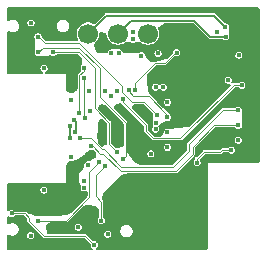
<source format=gbr>
%TF.GenerationSoftware,KiCad,Pcbnew,9.0.6-rc1*%
%TF.CreationDate,2025-11-21T10:50:25+01:00*%
%TF.ProjectId,hardware_V8,68617264-7761-4726-955f-56382e6b6963,rev?*%
%TF.SameCoordinates,Original*%
%TF.FileFunction,Copper,L3,Inr*%
%TF.FilePolarity,Positive*%
%FSLAX46Y46*%
G04 Gerber Fmt 4.6, Leading zero omitted, Abs format (unit mm)*
G04 Created by KiCad (PCBNEW 9.0.6-rc1) date 2025-11-21 10:50:25*
%MOMM*%
%LPD*%
G01*
G04 APERTURE LIST*
%TA.AperFunction,ComponentPad*%
%ADD10C,0.800000*%
%TD*%
%TA.AperFunction,ComponentPad*%
%ADD11O,2.150000X1.000000*%
%TD*%
%TA.AperFunction,ComponentPad*%
%ADD12R,1.700000X1.700000*%
%TD*%
%TA.AperFunction,ComponentPad*%
%ADD13C,1.700000*%
%TD*%
%TA.AperFunction,ViaPad*%
%ADD14C,0.400000*%
%TD*%
%TA.AperFunction,Conductor*%
%ADD15C,0.169300*%
%TD*%
%TA.AperFunction,Conductor*%
%ADD16C,0.120000*%
%TD*%
%TA.AperFunction,Conductor*%
%ADD17C,0.160000*%
%TD*%
%TA.AperFunction,Conductor*%
%ADD18C,0.200000*%
%TD*%
G04 APERTURE END LIST*
D10*
%TO.N,GND*%
%TO.C,J1*%
X117250000Y-101770000D03*
X117250000Y-93570000D03*
D11*
X116950000Y-103320000D03*
X116950000Y-92020000D03*
X112950000Y-103320000D03*
X112950000Y-92020000D03*
%TD*%
D12*
%TO.N,GND*%
%TO.C,J3*%
X126230000Y-89630000D03*
D13*
%TO.N,3.3V_AUX*%
X123690000Y-89630000D03*
%TO.N,/OLED_SCL*%
X121150000Y-89630000D03*
%TO.N,/OLED_SDA*%
X118610000Y-89630000D03*
%TD*%
D14*
%TO.N,GND*%
X132050000Y-100290000D03*
X131240000Y-100300000D03*
X130550000Y-100300000D03*
X129870000Y-100300000D03*
X129180000Y-100300000D03*
X128530000Y-100300000D03*
%TO.N,/SPI_CS*%
X127857500Y-100550000D03*
%TO.N,3.3V_AUX*%
X129580000Y-89450000D03*
%TO.N,/OLED_SCL*%
X130270000Y-89880000D03*
%TO.N,/OLED_SDA*%
X130260000Y-89050000D03*
%TO.N,GND*%
X132830000Y-100290000D03*
X132830000Y-99590000D03*
X132830000Y-98890000D03*
X132830000Y-98190000D03*
X132830000Y-97490000D03*
X132830000Y-96790000D03*
X132830000Y-96090000D03*
X132830000Y-95390000D03*
X132830000Y-94690000D03*
X132830000Y-93990000D03*
X132830000Y-93290000D03*
X132830000Y-92590000D03*
X132830000Y-91890000D03*
X132830000Y-91190000D03*
X132830000Y-90490000D03*
X132830000Y-89790000D03*
X132830000Y-89090000D03*
X132830000Y-88390000D03*
X132830000Y-87690000D03*
X125160000Y-107610000D03*
X127880000Y-104230000D03*
X127940000Y-107610000D03*
X125100000Y-104220000D03*
X128340000Y-102920000D03*
X128330000Y-102310000D03*
X128340000Y-101660000D03*
X128350000Y-101040000D03*
%TO.N,+3.3V*%
X124400000Y-97180000D03*
X113770000Y-106720000D03*
X124550000Y-91300000D03*
X118600000Y-100750000D03*
X122450000Y-90100000D03*
X118750000Y-94500000D03*
X123950000Y-99800000D03*
X120300000Y-106600000D03*
X113800000Y-88720000D03*
%TO.N,vusb*%
X118300000Y-102100000D03*
X118300000Y-102670000D03*
X117200000Y-100100000D03*
X117200000Y-95240000D03*
%TO.N,/B2*%
X119750000Y-105450000D03*
X120060000Y-100830000D03*
%TO.N,/B1*%
X119560000Y-100500000D03*
X114350000Y-105450000D03*
%TO.N,/AUX_EN*%
X122630000Y-94390000D03*
X126127500Y-91240000D03*
%TO.N,3.3V_AUX*%
X125350000Y-97980000D03*
X125350000Y-99250000D03*
%TO.N,Net-(J1-CC1)*%
X114890000Y-102862500D03*
%TO.N,Net-(J1-CC2)*%
X114900000Y-92547500D03*
%TO.N,Net-(U1-PB5)*%
X121050000Y-99650000D03*
X115670000Y-91200000D03*
%TO.N,/B_PW*%
X124450000Y-96500000D03*
X114390000Y-89880000D03*
%TO.N,Net-(U1-PB6)*%
X121550000Y-100200000D03*
X114420000Y-91220000D03*
%TO.N,BAT+*%
X117800000Y-106000000D03*
X131400000Y-91450000D03*
X130500000Y-93550000D03*
%TO.N,Net-(IC4-V_BCKP)*%
X123150000Y-91500000D03*
%TO.N,3.3V_GPS*%
X124350000Y-94150000D03*
X125000000Y-94150000D03*
%TO.N,/NRST*%
X131350000Y-98650000D03*
X124350000Y-97700000D03*
%TO.N,/D+*%
X117450000Y-96920000D03*
X117550000Y-97920000D03*
%TO.N,/D-*%
X117070000Y-97410000D03*
X117070000Y-98430000D03*
%TO.N,Net-(IC4-RXD)*%
X121250000Y-91250000D03*
%TO.N,Net-(IC4-TXD)*%
X120600000Y-91250000D03*
%TO.N,/OLED_SCL*%
X118300000Y-93350000D03*
X118350000Y-96750000D03*
%TO.N,/OLED_SDA*%
X117900000Y-96350000D03*
X118300000Y-92500000D03*
%TO.N,/SPI_CS*%
X120050000Y-94460000D03*
X130770000Y-99490000D03*
%TO.N,/SWCLK*%
X131350000Y-97400000D03*
X118865000Y-99180000D03*
%TO.N,/SWDIO*%
X117970000Y-98500000D03*
X131350000Y-96100000D03*
%TO.N,/SPI_MISO*%
X121550000Y-95190000D03*
X131640000Y-94000000D03*
%TO.N,/SPI_CLK*%
X122060000Y-94390000D03*
X125350000Y-96710000D03*
%TO.N,/SPI_MOSI*%
X121050000Y-94450000D03*
X125350000Y-95440000D03*
%TO.N,GND*%
X128200000Y-97345000D03*
X124150000Y-94750000D03*
X125500000Y-94550000D03*
X112190000Y-89760000D03*
X117200000Y-100950000D03*
X117050000Y-107200000D03*
X129665000Y-87630000D03*
X121910000Y-87630000D03*
X126700000Y-99245000D03*
X119802500Y-95930000D03*
X131050000Y-95440000D03*
X121302500Y-95930000D03*
X126050000Y-94550000D03*
X121180000Y-107450000D03*
X131780000Y-87630000D03*
X119802500Y-97430000D03*
X130370000Y-87630000D03*
X122650000Y-104250000D03*
X117900000Y-107400000D03*
X119850000Y-89790000D03*
X117050000Y-106300000D03*
X124025000Y-87630000D03*
X122802500Y-97430000D03*
X124730000Y-87630000D03*
X115410000Y-91790000D03*
X120400000Y-90650000D03*
X119700000Y-90950000D03*
X124870000Y-100100000D03*
X125435000Y-87630000D03*
X113125000Y-105450000D03*
X119080000Y-104700000D03*
X131400000Y-92410000D03*
X112040000Y-87630000D03*
X122440000Y-89500000D03*
X119795000Y-87630000D03*
X127550000Y-87630000D03*
X119780000Y-107460000D03*
X118230000Y-105430000D03*
X122650000Y-103560000D03*
X115350000Y-106200000D03*
X114860000Y-87630000D03*
X120500000Y-87630000D03*
X124870000Y-103560000D03*
X118930000Y-99810000D03*
X123320000Y-87630000D03*
X126140000Y-87630000D03*
X126700000Y-97345000D03*
X114092500Y-107400000D03*
X122650000Y-107010000D03*
X121970000Y-107430000D03*
X115400000Y-103650000D03*
X128200000Y-99245000D03*
X126700000Y-95445000D03*
X121515000Y-103800000D03*
X114440000Y-91790000D03*
X112500000Y-107400000D03*
X119090000Y-87630000D03*
X112200000Y-91120000D03*
X120975000Y-105450000D03*
X128290000Y-94120000D03*
X114155000Y-87630000D03*
X124950000Y-90190000D03*
X125630000Y-102270000D03*
X124130000Y-103560000D03*
X120460000Y-107450000D03*
X122802500Y-95930000D03*
X112190000Y-90420000D03*
X129700000Y-99245000D03*
X116380000Y-89810000D03*
X128960000Y-87630000D03*
X126845000Y-87630000D03*
X117680000Y-87630000D03*
X129100000Y-90550000D03*
X122615000Y-87630000D03*
X115030000Y-88630000D03*
X131075000Y-87630000D03*
X127550000Y-90550000D03*
X121302500Y-97430000D03*
X125600000Y-102850000D03*
X116975000Y-87630000D03*
X122650000Y-107700000D03*
X114400000Y-103650000D03*
X117350000Y-89800000D03*
X125312500Y-91240000D03*
X121205000Y-87630000D03*
X118385000Y-87630000D03*
X122802500Y-98930000D03*
X128200000Y-95445000D03*
X122650000Y-106320000D03*
X125610000Y-103560000D03*
X119802500Y-98930000D03*
X122650000Y-104940000D03*
X122650000Y-105630000D03*
X131350000Y-94800000D03*
X121302500Y-98930000D03*
X117200000Y-94390000D03*
X128255000Y-87630000D03*
X120970000Y-106340000D03*
X123390000Y-103560000D03*
X121507500Y-104500000D03*
%TO.N,Net-(IC5-~{CHRG})*%
X112150000Y-104850000D03*
X119150000Y-107500000D03*
%TO.N,/GPS_EXTINT*%
X118800000Y-96180000D03*
%TO.N,/ADC_BAT*%
X120540000Y-94890000D03*
%TD*%
D15*
%TO.N,/OLED_SDA*%
X129310000Y-88100000D02*
X120140000Y-88100000D01*
X120140000Y-88100000D02*
X118610000Y-89630000D01*
X130260000Y-89050000D02*
X129310000Y-88100000D01*
D16*
%TO.N,/SPI_CS*%
X127857500Y-100282500D02*
X127857500Y-100550000D01*
X128480000Y-99660000D02*
X127857500Y-100282500D01*
X130010000Y-99490000D02*
X129840000Y-99660000D01*
X129840000Y-99660000D02*
X128480000Y-99660000D01*
X130770000Y-99490000D02*
X130010000Y-99490000D01*
D15*
%TO.N,/OLED_SCL*%
X122260000Y-88520000D02*
X121150000Y-89630000D01*
X127620000Y-88520000D02*
X122260000Y-88520000D01*
X130270000Y-89880000D02*
X128980000Y-89880000D01*
X128980000Y-89880000D02*
X127620000Y-88520000D01*
D16*
%TO.N,/SPI_MISO*%
X123550000Y-97400000D02*
X121550000Y-95400000D01*
X123550000Y-97900000D02*
X123550000Y-97400000D01*
X124150000Y-98500000D02*
X123550000Y-97900000D01*
X121550000Y-95400000D02*
X121550000Y-95190000D01*
X130950000Y-94000000D02*
X126450000Y-98500000D01*
X131640000Y-94000000D02*
X130950000Y-94000000D01*
X126450000Y-98500000D02*
X124150000Y-98500000D01*
%TO.N,/B2*%
X119750000Y-103850000D02*
X119750000Y-105450000D01*
X119300000Y-103400000D02*
X119750000Y-103850000D01*
X120060000Y-100830000D02*
X119300000Y-101590000D01*
X119300000Y-101590000D02*
X119300000Y-103400000D01*
%TO.N,/B1*%
X118750000Y-101310000D02*
X119560000Y-100500000D01*
X118750000Y-103450000D02*
X118750000Y-101310000D01*
X114350000Y-105450000D02*
X116750000Y-105450000D01*
X116750000Y-105450000D02*
X118750000Y-103450000D01*
%TO.N,/AUX_EN*%
X125107500Y-92150000D02*
X126017500Y-91240000D01*
X122630000Y-94390000D02*
X122620000Y-94380000D01*
X122620000Y-94380000D02*
X122620000Y-93810000D01*
X124280000Y-92150000D02*
X125107500Y-92150000D01*
X126017500Y-91240000D02*
X126127500Y-91240000D01*
X122620000Y-93810000D02*
X124280000Y-92150000D01*
%TO.N,Net-(U1-PB5)*%
X119200000Y-92575000D02*
X119200000Y-95950000D01*
X120400000Y-97150000D02*
X120400000Y-99000000D01*
X119200000Y-95950000D02*
X120400000Y-97150000D01*
X115670000Y-91200000D02*
X117825000Y-91200000D01*
X120400000Y-99000000D02*
X121050000Y-99650000D01*
X117825000Y-91200000D02*
X119200000Y-92575000D01*
%TO.N,/B_PW*%
X114410000Y-89900000D02*
X114390000Y-89880000D01*
X114950000Y-90400000D02*
X114410000Y-89860000D01*
X114410000Y-89860000D02*
X114410000Y-89900000D01*
X124450000Y-96500000D02*
X123360000Y-95410000D01*
X121540000Y-94580000D02*
X121540000Y-94090000D01*
X123360000Y-95410000D02*
X122370000Y-95410000D01*
X117850000Y-90400000D02*
X114950000Y-90400000D01*
X122370000Y-95410000D02*
X121540000Y-94580000D01*
X121540000Y-94090000D02*
X117850000Y-90400000D01*
%TO.N,Net-(U1-PB6)*%
X119600000Y-94970000D02*
X121800000Y-97170000D01*
X117850000Y-90800000D02*
X119600000Y-92550000D01*
X114800000Y-90800000D02*
X117850000Y-90800000D01*
X114420000Y-91180000D02*
X114800000Y-90800000D01*
X121800000Y-99950000D02*
X121550000Y-100200000D01*
X114420000Y-91220000D02*
X114420000Y-91180000D01*
X119600000Y-92550000D02*
X119600000Y-94970000D01*
X121800000Y-97170000D02*
X121800000Y-99950000D01*
D17*
%TO.N,/D+*%
X117570000Y-97900000D02*
X117550000Y-97920000D01*
X117450000Y-96920000D02*
X117570000Y-97040000D01*
X117570000Y-97040000D02*
X117570000Y-97900000D01*
%TO.N,/D-*%
X117070000Y-97410000D02*
X117070000Y-98430000D01*
D16*
%TO.N,/OLED_SCL*%
X118300000Y-96700000D02*
X118350000Y-96750000D01*
X118300000Y-93350000D02*
X118300000Y-96700000D01*
%TO.N,/OLED_SDA*%
X118300000Y-92750000D02*
X117900000Y-93150000D01*
X119100000Y-90120000D02*
X118610000Y-89630000D01*
X117900000Y-93150000D02*
X117900000Y-96350000D01*
X118300000Y-92500000D02*
X118300000Y-92750000D01*
%TO.N,/SWCLK*%
X118865000Y-99180000D02*
X119060000Y-99180000D01*
X119655000Y-99775000D02*
X119925000Y-99775000D01*
X119925000Y-99775000D02*
X121400000Y-101250000D01*
X129300000Y-97400000D02*
X131350000Y-97400000D01*
X127500000Y-99850000D02*
X127500000Y-99200000D01*
X126100000Y-101250000D02*
X127500000Y-99850000D01*
X121400000Y-101250000D02*
X126100000Y-101250000D01*
X119060000Y-99180000D02*
X119655000Y-99775000D01*
X127500000Y-99200000D02*
X129300000Y-97400000D01*
%TO.N,/SWDIO*%
X130050000Y-96100000D02*
X131350000Y-96100000D01*
X121450000Y-100900000D02*
X125850000Y-100900000D01*
X119775000Y-99425000D02*
X119975000Y-99425000D01*
X125850000Y-100900000D02*
X127150000Y-99600000D01*
X117970000Y-98500000D02*
X118850000Y-98500000D01*
X127150000Y-99600000D02*
X127150000Y-99000000D01*
X118850000Y-98500000D02*
X119775000Y-99425000D01*
X119975000Y-99425000D02*
X121450000Y-100900000D01*
X127150000Y-99000000D02*
X130050000Y-96100000D01*
%TO.N,/SPI_CLK*%
X122460000Y-94880000D02*
X123750000Y-94880000D01*
X122060000Y-94390000D02*
X122060000Y-94480000D01*
X122060000Y-94480000D02*
X122460000Y-94880000D01*
X123750000Y-94880000D02*
X125350000Y-96480000D01*
X125350000Y-96480000D02*
X125350000Y-96710000D01*
D18*
%TO.N,GND*%
X128200000Y-97350000D02*
X126700000Y-98850000D01*
X128200000Y-97345000D02*
X128200000Y-97350000D01*
X126700000Y-99250000D02*
X125850000Y-100100000D01*
X126700000Y-98850000D02*
X126700000Y-99245000D01*
X126700000Y-99245000D02*
X126700000Y-99250000D01*
X131050000Y-95440000D02*
X130105000Y-95440000D01*
X130105000Y-95440000D02*
X128200000Y-97345000D01*
X125850000Y-100100000D02*
X124870000Y-100100000D01*
D16*
%TO.N,Net-(IC5-~{CHRG})*%
X119150000Y-107500000D02*
X118400000Y-106750000D01*
X114900000Y-106750000D02*
X113650000Y-105500000D01*
X113300000Y-104850000D02*
X112150000Y-104850000D01*
X113650000Y-105500000D02*
X113650000Y-105200000D01*
X113650000Y-105200000D02*
X113300000Y-104850000D01*
X118400000Y-106750000D02*
X114900000Y-106750000D01*
%TD*%
%TA.AperFunction,Conductor*%
%TO.N,GND*%
G36*
X113249196Y-105030185D02*
G01*
X113269838Y-105046819D01*
X113453181Y-105230162D01*
X113486666Y-105291485D01*
X113489500Y-105317843D01*
X113489500Y-105468075D01*
X113489500Y-105531925D01*
X113513935Y-105590916D01*
X114763935Y-106840916D01*
X114809084Y-106886065D01*
X114868075Y-106910500D01*
X118282157Y-106910500D01*
X118349196Y-106930185D01*
X118369838Y-106946819D01*
X118813181Y-107390162D01*
X118846666Y-107451485D01*
X118849500Y-107477843D01*
X118849500Y-107539562D01*
X118863152Y-107590513D01*
X118869979Y-107615990D01*
X118869982Y-107615995D01*
X118909535Y-107684504D01*
X118909541Y-107684512D01*
X118971236Y-107746207D01*
X118969234Y-107748208D01*
X119002343Y-107793547D01*
X119006501Y-107863292D01*
X118972292Y-107924214D01*
X118910576Y-107956970D01*
X118885656Y-107959500D01*
X111894500Y-107959500D01*
X111827461Y-107939815D01*
X111781706Y-107887011D01*
X111770500Y-107835500D01*
X111770500Y-106759164D01*
X111790185Y-106692125D01*
X111842989Y-106646370D01*
X111912147Y-106636426D01*
X111956499Y-106651776D01*
X112022164Y-106689688D01*
X112155817Y-106725500D01*
X112155819Y-106725500D01*
X112294181Y-106725500D01*
X112294183Y-106725500D01*
X112427836Y-106689688D01*
X112443858Y-106680438D01*
X113469500Y-106680438D01*
X113469500Y-106759562D01*
X113483152Y-106810513D01*
X113489979Y-106835990D01*
X113489982Y-106835995D01*
X113529535Y-106904504D01*
X113529539Y-106904509D01*
X113529540Y-106904511D01*
X113585489Y-106960460D01*
X113585491Y-106960461D01*
X113585495Y-106960464D01*
X113654004Y-107000017D01*
X113654011Y-107000021D01*
X113730438Y-107020500D01*
X113730440Y-107020500D01*
X113809560Y-107020500D01*
X113809562Y-107020500D01*
X113885989Y-107000021D01*
X113954511Y-106960460D01*
X114010460Y-106904511D01*
X114050021Y-106835989D01*
X114070500Y-106759562D01*
X114070500Y-106680438D01*
X114050021Y-106604011D01*
X114041643Y-106589500D01*
X114010464Y-106535495D01*
X114010458Y-106535487D01*
X113954512Y-106479541D01*
X113954504Y-106479535D01*
X113885995Y-106439982D01*
X113885990Y-106439979D01*
X113860513Y-106433152D01*
X113809562Y-106419500D01*
X113730438Y-106419500D01*
X113692224Y-106429739D01*
X113654009Y-106439979D01*
X113654004Y-106439982D01*
X113585495Y-106479535D01*
X113585487Y-106479541D01*
X113529541Y-106535487D01*
X113529535Y-106535495D01*
X113489982Y-106604004D01*
X113489979Y-106604009D01*
X113481293Y-106636426D01*
X113469500Y-106680438D01*
X112443858Y-106680438D01*
X112547665Y-106620505D01*
X112645505Y-106522665D01*
X112714688Y-106402836D01*
X112750500Y-106269183D01*
X112750500Y-106130817D01*
X112714688Y-105997164D01*
X112671864Y-105922991D01*
X112645507Y-105877338D01*
X112645503Y-105877333D01*
X112547666Y-105779496D01*
X112547661Y-105779492D01*
X112427838Y-105710313D01*
X112427837Y-105710312D01*
X112427836Y-105710312D01*
X112294183Y-105674500D01*
X112155817Y-105674500D01*
X112022164Y-105710312D01*
X112022163Y-105710312D01*
X111956499Y-105748223D01*
X111888598Y-105764694D01*
X111822572Y-105741842D01*
X111779382Y-105686920D01*
X111770500Y-105640835D01*
X111770500Y-105192286D01*
X111790185Y-105125247D01*
X111842989Y-105079492D01*
X111912147Y-105069548D01*
X111957213Y-105088538D01*
X111958450Y-105086397D01*
X112025742Y-105125247D01*
X112034011Y-105130021D01*
X112110438Y-105150500D01*
X112110440Y-105150500D01*
X112189560Y-105150500D01*
X112189562Y-105150500D01*
X112265989Y-105130021D01*
X112334511Y-105090460D01*
X112378152Y-105046819D01*
X112439475Y-105013334D01*
X112465833Y-105010500D01*
X113182157Y-105010500D01*
X113249196Y-105030185D01*
G37*
%TD.AperFunction*%
%TA.AperFunction,Conductor*%
G36*
X133025615Y-87400291D02*
G01*
X133092636Y-87420038D01*
X133138342Y-87472884D01*
X133149500Y-87524291D01*
X133149500Y-100456000D01*
X133129815Y-100523039D01*
X133077011Y-100568794D01*
X133025500Y-100580000D01*
X128760000Y-100580000D01*
X128760000Y-107835500D01*
X128740315Y-107902539D01*
X128687511Y-107948294D01*
X128636000Y-107959500D01*
X119414344Y-107959500D01*
X119347305Y-107939815D01*
X119301550Y-107887011D01*
X119291606Y-107817853D01*
X119320631Y-107754297D01*
X119328984Y-107746427D01*
X119328764Y-107746207D01*
X119334511Y-107740460D01*
X119390460Y-107684511D01*
X119430021Y-107615989D01*
X119450500Y-107539562D01*
X119450500Y-107460438D01*
X119430021Y-107384011D01*
X119430017Y-107384004D01*
X119390464Y-107315495D01*
X119390458Y-107315487D01*
X119334512Y-107259541D01*
X119334504Y-107259535D01*
X119265995Y-107219982D01*
X119265990Y-107219979D01*
X119240513Y-107213152D01*
X119189562Y-107199500D01*
X119127843Y-107199500D01*
X119060804Y-107179815D01*
X119040162Y-107163181D01*
X118490917Y-106613936D01*
X118490916Y-106613935D01*
X118431925Y-106589500D01*
X115344072Y-106589500D01*
X115327651Y-106584879D01*
X115311840Y-106585238D01*
X115279412Y-106571307D01*
X115261626Y-106560438D01*
X119999500Y-106560438D01*
X119999500Y-106639562D01*
X120010453Y-106680438D01*
X120019979Y-106715990D01*
X120019982Y-106715995D01*
X120059535Y-106784504D01*
X120059539Y-106784509D01*
X120059540Y-106784511D01*
X120115489Y-106840460D01*
X120115491Y-106840461D01*
X120115495Y-106840464D01*
X120176180Y-106875500D01*
X120184011Y-106880021D01*
X120260438Y-106900500D01*
X120260440Y-106900500D01*
X120339560Y-106900500D01*
X120339562Y-106900500D01*
X120415989Y-106880021D01*
X120484511Y-106840460D01*
X120540460Y-106784511D01*
X120580021Y-106715989D01*
X120600500Y-106639562D01*
X120600500Y-106560438D01*
X120580021Y-106484011D01*
X120577437Y-106479535D01*
X120540464Y-106415495D01*
X120540458Y-106415487D01*
X120484512Y-106359541D01*
X120484504Y-106359535D01*
X120415995Y-106319982D01*
X120415990Y-106319979D01*
X120390513Y-106313152D01*
X120339562Y-106299500D01*
X120260438Y-106299500D01*
X120222224Y-106309739D01*
X120184009Y-106319979D01*
X120184004Y-106319982D01*
X120115495Y-106359535D01*
X120115487Y-106359541D01*
X120059541Y-106415487D01*
X120059535Y-106415495D01*
X120019982Y-106484004D01*
X120019979Y-106484009D01*
X120009621Y-106522665D01*
X119999500Y-106560438D01*
X115261626Y-106560438D01*
X115184793Y-106513484D01*
X115137854Y-106461730D01*
X115125728Y-106415925D01*
X115095363Y-105960438D01*
X117499500Y-105960438D01*
X117499500Y-106039562D01*
X117513152Y-106090513D01*
X117519979Y-106115990D01*
X117519982Y-106115995D01*
X117559535Y-106184504D01*
X117559539Y-106184509D01*
X117559540Y-106184511D01*
X117615489Y-106240460D01*
X117615491Y-106240461D01*
X117615495Y-106240464D01*
X117665235Y-106269181D01*
X117684011Y-106280021D01*
X117760438Y-106300500D01*
X117760440Y-106300500D01*
X117839560Y-106300500D01*
X117839562Y-106300500D01*
X117913018Y-106280817D01*
X121349500Y-106280817D01*
X121349500Y-106419183D01*
X121380664Y-106535487D01*
X121385312Y-106552835D01*
X121385313Y-106552838D01*
X121454492Y-106672661D01*
X121454494Y-106672664D01*
X121454495Y-106672665D01*
X121552335Y-106770505D01*
X121672164Y-106839688D01*
X121805817Y-106875500D01*
X121805819Y-106875500D01*
X121944181Y-106875500D01*
X121944183Y-106875500D01*
X122077836Y-106839688D01*
X122197665Y-106770505D01*
X122295505Y-106672665D01*
X122364688Y-106552836D01*
X122400500Y-106419183D01*
X122400500Y-106280817D01*
X122364688Y-106147164D01*
X122295505Y-106027335D01*
X122197665Y-105929495D01*
X122197664Y-105929494D01*
X122197661Y-105929492D01*
X122077838Y-105860313D01*
X122077837Y-105860312D01*
X122077836Y-105860312D01*
X121944183Y-105824500D01*
X121805817Y-105824500D01*
X121672164Y-105860312D01*
X121672161Y-105860313D01*
X121552338Y-105929492D01*
X121552333Y-105929496D01*
X121454496Y-106027333D01*
X121454492Y-106027338D01*
X121385313Y-106147161D01*
X121385312Y-106147164D01*
X121349500Y-106280817D01*
X117913018Y-106280817D01*
X117915989Y-106280021D01*
X117984511Y-106240460D01*
X118040460Y-106184511D01*
X118080021Y-106115989D01*
X118100500Y-106039562D01*
X118100500Y-105960438D01*
X118080021Y-105884011D01*
X118076167Y-105877335D01*
X118040464Y-105815495D01*
X118040458Y-105815487D01*
X117984512Y-105759541D01*
X117984504Y-105759535D01*
X117915995Y-105719982D01*
X117915990Y-105719979D01*
X117890513Y-105713152D01*
X117839562Y-105699500D01*
X117760438Y-105699500D01*
X117730314Y-105707572D01*
X117684009Y-105719979D01*
X117684004Y-105719982D01*
X117615495Y-105759535D01*
X117615487Y-105759541D01*
X117559541Y-105815487D01*
X117559535Y-105815495D01*
X117519982Y-105884004D01*
X117519979Y-105884009D01*
X117509534Y-105922991D01*
X117499500Y-105960438D01*
X115095363Y-105960438D01*
X115092866Y-105922990D01*
X115108048Y-105854791D01*
X115114410Y-105844494D01*
X115134353Y-105815487D01*
X115188095Y-105737315D01*
X115216947Y-105707572D01*
X115227955Y-105699500D01*
X115307952Y-105640835D01*
X115316583Y-105634506D01*
X115382285Y-105610735D01*
X115389912Y-105610500D01*
X116781924Y-105610500D01*
X116781925Y-105610500D01*
X116840916Y-105586065D01*
X118214295Y-104212684D01*
X118227780Y-104204816D01*
X118236470Y-104195080D01*
X118268781Y-104180893D01*
X118370800Y-104152555D01*
X118389473Y-104148885D01*
X118535652Y-104131687D01*
X118564352Y-104131656D01*
X118807200Y-104159676D01*
X118812794Y-104160453D01*
X119151376Y-104215358D01*
X119203595Y-104236854D01*
X119453854Y-104415610D01*
X119465570Y-104425106D01*
X119549290Y-104501849D01*
X119585407Y-104561659D01*
X119589500Y-104593256D01*
X119589500Y-105134167D01*
X119569815Y-105201206D01*
X119553181Y-105221848D01*
X119509541Y-105265487D01*
X119509535Y-105265495D01*
X119469982Y-105334004D01*
X119469979Y-105334009D01*
X119456326Y-105384962D01*
X119449500Y-105410438D01*
X119449500Y-105489562D01*
X119460851Y-105531925D01*
X119469979Y-105565990D01*
X119469982Y-105565995D01*
X119509535Y-105634504D01*
X119509537Y-105634506D01*
X119509540Y-105634511D01*
X119565489Y-105690460D01*
X119565491Y-105690461D01*
X119565495Y-105690464D01*
X119616623Y-105719982D01*
X119634011Y-105730021D01*
X119710438Y-105750500D01*
X119710440Y-105750500D01*
X119789560Y-105750500D01*
X119789562Y-105750500D01*
X119865989Y-105730021D01*
X119934511Y-105690460D01*
X119990460Y-105634511D01*
X120030021Y-105565989D01*
X120050500Y-105489562D01*
X120050500Y-105410438D01*
X120030021Y-105334011D01*
X120030017Y-105334004D01*
X119990464Y-105265495D01*
X119990458Y-105265487D01*
X119946819Y-105221848D01*
X119913334Y-105160525D01*
X119910500Y-105134167D01*
X119910500Y-103818076D01*
X119910500Y-103818075D01*
X119886065Y-103759084D01*
X119865912Y-103738931D01*
X119832427Y-103677608D01*
X119831441Y-103629927D01*
X119903721Y-103215956D01*
X119934643Y-103153303D01*
X121325953Y-101646050D01*
X121384184Y-101610599D01*
X121750000Y-101510000D01*
X122081551Y-101415270D01*
X122115616Y-101410500D01*
X126131924Y-101410500D01*
X126131925Y-101410500D01*
X126190916Y-101386065D01*
X127066542Y-100510438D01*
X127557000Y-100510438D01*
X127557000Y-100589562D01*
X127565417Y-100620975D01*
X127577479Y-100665990D01*
X127577482Y-100665995D01*
X127617035Y-100734504D01*
X127617039Y-100734509D01*
X127617040Y-100734511D01*
X127672989Y-100790460D01*
X127672991Y-100790461D01*
X127672995Y-100790464D01*
X127711986Y-100812975D01*
X127741511Y-100830021D01*
X127817938Y-100850500D01*
X127817940Y-100850500D01*
X127897060Y-100850500D01*
X127897062Y-100850500D01*
X127973489Y-100830021D01*
X128042011Y-100790460D01*
X128097960Y-100734511D01*
X128137521Y-100665989D01*
X128158000Y-100589562D01*
X128158000Y-100510438D01*
X128137521Y-100434011D01*
X128110223Y-100386730D01*
X128093751Y-100318831D01*
X128116604Y-100252804D01*
X128129924Y-100237056D01*
X128510162Y-99856819D01*
X128571485Y-99823334D01*
X128597843Y-99820500D01*
X129871924Y-99820500D01*
X129871925Y-99820500D01*
X129930916Y-99796065D01*
X130040162Y-99686819D01*
X130101485Y-99653334D01*
X130127843Y-99650500D01*
X130454167Y-99650500D01*
X130521206Y-99670185D01*
X130541848Y-99686819D01*
X130585489Y-99730460D01*
X130585491Y-99730461D01*
X130585495Y-99730464D01*
X130637414Y-99760439D01*
X130654011Y-99770021D01*
X130730438Y-99790500D01*
X130730440Y-99790500D01*
X130809560Y-99790500D01*
X130809562Y-99790500D01*
X130885989Y-99770021D01*
X130954511Y-99730460D01*
X131010460Y-99674511D01*
X131050021Y-99605989D01*
X131070500Y-99529562D01*
X131070500Y-99450438D01*
X131050021Y-99374011D01*
X131024323Y-99329500D01*
X131010464Y-99305495D01*
X131010458Y-99305487D01*
X130954512Y-99249541D01*
X130954504Y-99249535D01*
X130885995Y-99209982D01*
X130885990Y-99209979D01*
X130860347Y-99203108D01*
X130809562Y-99189500D01*
X130730438Y-99189500D01*
X130692224Y-99199739D01*
X130654009Y-99209979D01*
X130654004Y-99209982D01*
X130585495Y-99249535D01*
X130585487Y-99249541D01*
X130541848Y-99293181D01*
X130480525Y-99326666D01*
X130454167Y-99329500D01*
X129978074Y-99329500D01*
X129919082Y-99353936D01*
X129809838Y-99463181D01*
X129748515Y-99496666D01*
X129722157Y-99499500D01*
X128448074Y-99499500D01*
X128406359Y-99516779D01*
X128398628Y-99519982D01*
X128389082Y-99523936D01*
X127839252Y-100073766D01*
X127777929Y-100107251D01*
X127718152Y-100102976D01*
X127720281Y-100112552D01*
X127729612Y-100137568D01*
X127728147Y-100147923D01*
X127729652Y-100154690D01*
X127723425Y-100181313D01*
X127722308Y-100189212D01*
X127721436Y-100191582D01*
X127721435Y-100191584D01*
X127697000Y-100250575D01*
X127697000Y-100258032D01*
X127690421Y-100275923D01*
X127675154Y-100296514D01*
X127663272Y-100319229D01*
X127661723Y-100320805D01*
X127617041Y-100365487D01*
X127617035Y-100365495D01*
X127577482Y-100434004D01*
X127577479Y-100434009D01*
X127572678Y-100451928D01*
X127557000Y-100510438D01*
X127066542Y-100510438D01*
X127518249Y-100058731D01*
X127525939Y-100054532D01*
X127531161Y-100047490D01*
X127556138Y-100038042D01*
X127579570Y-100025248D01*
X127588312Y-100025873D01*
X127596512Y-100022772D01*
X127622628Y-100028327D01*
X127640828Y-100029628D01*
X127627887Y-99994931D01*
X127637010Y-99938633D01*
X127660500Y-99881925D01*
X127660500Y-99818075D01*
X127660500Y-99317843D01*
X127680185Y-99250804D01*
X127696819Y-99230162D01*
X128316543Y-98610438D01*
X131049500Y-98610438D01*
X131049500Y-98689562D01*
X131063152Y-98740513D01*
X131069979Y-98765990D01*
X131069982Y-98765995D01*
X131109535Y-98834504D01*
X131109539Y-98834509D01*
X131109540Y-98834511D01*
X131165489Y-98890460D01*
X131165491Y-98890461D01*
X131165495Y-98890464D01*
X131200615Y-98910740D01*
X131234011Y-98930021D01*
X131310438Y-98950500D01*
X131310440Y-98950500D01*
X131389560Y-98950500D01*
X131389562Y-98950500D01*
X131465989Y-98930021D01*
X131534511Y-98890460D01*
X131590460Y-98834511D01*
X131630021Y-98765989D01*
X131650500Y-98689562D01*
X131650500Y-98610438D01*
X131630021Y-98534011D01*
X131618831Y-98514629D01*
X131590464Y-98465495D01*
X131590458Y-98465487D01*
X131534512Y-98409541D01*
X131534504Y-98409535D01*
X131465995Y-98369982D01*
X131465990Y-98369979D01*
X131440513Y-98363152D01*
X131389562Y-98349500D01*
X131310438Y-98349500D01*
X131272224Y-98359739D01*
X131234009Y-98369979D01*
X131234004Y-98369982D01*
X131165495Y-98409535D01*
X131165487Y-98409541D01*
X131109541Y-98465487D01*
X131109535Y-98465495D01*
X131069982Y-98534004D01*
X131069979Y-98534009D01*
X131056326Y-98584962D01*
X131049500Y-98610438D01*
X128316543Y-98610438D01*
X128412352Y-98514629D01*
X128517441Y-98409541D01*
X129330163Y-97596819D01*
X129391486Y-97563334D01*
X129417844Y-97560500D01*
X131034167Y-97560500D01*
X131101206Y-97580185D01*
X131121848Y-97596819D01*
X131165489Y-97640460D01*
X131165491Y-97640461D01*
X131165495Y-97640464D01*
X131233109Y-97679500D01*
X131234011Y-97680021D01*
X131310438Y-97700500D01*
X131310440Y-97700500D01*
X131389560Y-97700500D01*
X131389562Y-97700500D01*
X131465989Y-97680021D01*
X131534511Y-97640460D01*
X131590460Y-97584511D01*
X131630021Y-97515989D01*
X131650500Y-97439562D01*
X131650500Y-97360438D01*
X131634669Y-97301359D01*
X131630449Y-97268197D01*
X131639783Y-96194811D01*
X131644004Y-96163803D01*
X131650500Y-96139562D01*
X131650500Y-96060438D01*
X131630021Y-95984011D01*
X131630017Y-95984004D01*
X131590464Y-95915495D01*
X131590458Y-95915487D01*
X131534512Y-95859541D01*
X131534504Y-95859535D01*
X131465995Y-95819982D01*
X131465990Y-95819979D01*
X131439141Y-95812785D01*
X131389562Y-95799500D01*
X131310438Y-95799500D01*
X131272224Y-95809739D01*
X131234009Y-95819979D01*
X131234004Y-95819982D01*
X131165495Y-95859535D01*
X131165487Y-95859541D01*
X131121848Y-95903181D01*
X131060525Y-95936666D01*
X131034167Y-95939500D01*
X130018074Y-95939500D01*
X129959082Y-95963936D01*
X127013936Y-98909082D01*
X126989500Y-98968074D01*
X126989500Y-99482157D01*
X126969815Y-99549196D01*
X126953181Y-99569838D01*
X125819838Y-100703181D01*
X125758515Y-100736666D01*
X125732157Y-100739500D01*
X123159788Y-100739500D01*
X123127705Y-100735278D01*
X122869026Y-100665989D01*
X122700972Y-100620974D01*
X122641309Y-100584615D01*
X122634338Y-100576234D01*
X122092754Y-99863624D01*
X122087526Y-99856195D01*
X122025285Y-99760438D01*
X123649500Y-99760438D01*
X123649500Y-99839562D01*
X123660851Y-99881923D01*
X123669979Y-99915990D01*
X123669982Y-99915995D01*
X123709535Y-99984504D01*
X123709539Y-99984509D01*
X123709540Y-99984511D01*
X123765489Y-100040460D01*
X123765491Y-100040461D01*
X123765495Y-100040464D01*
X123823177Y-100073766D01*
X123834011Y-100080021D01*
X123910438Y-100100500D01*
X123910440Y-100100500D01*
X123989560Y-100100500D01*
X123989562Y-100100500D01*
X124065989Y-100080021D01*
X124134511Y-100040460D01*
X124190460Y-99984511D01*
X124230021Y-99915989D01*
X124250500Y-99839562D01*
X124250500Y-99760438D01*
X124230021Y-99684011D01*
X124222039Y-99670185D01*
X124190464Y-99615495D01*
X124190458Y-99615487D01*
X124134512Y-99559541D01*
X124134504Y-99559535D01*
X124065995Y-99519982D01*
X124065990Y-99519979D01*
X124040513Y-99513152D01*
X123989562Y-99499500D01*
X123910438Y-99499500D01*
X123872224Y-99509739D01*
X123834009Y-99519979D01*
X123834004Y-99519982D01*
X123765495Y-99559535D01*
X123765487Y-99559541D01*
X123709541Y-99615487D01*
X123709535Y-99615495D01*
X123669982Y-99684004D01*
X123669979Y-99684009D01*
X123658563Y-99726615D01*
X123649500Y-99760438D01*
X122025285Y-99760438D01*
X122003300Y-99726615D01*
X121980533Y-99691588D01*
X121960502Y-99624651D01*
X121960500Y-99624010D01*
X121960500Y-99210438D01*
X125049500Y-99210438D01*
X125049500Y-99289562D01*
X125057078Y-99317843D01*
X125069979Y-99365990D01*
X125069982Y-99365995D01*
X125109535Y-99434504D01*
X125109539Y-99434509D01*
X125109540Y-99434511D01*
X125165489Y-99490460D01*
X125165491Y-99490461D01*
X125165495Y-99490464D01*
X125233216Y-99529562D01*
X125234011Y-99530021D01*
X125310438Y-99550500D01*
X125310440Y-99550500D01*
X125389560Y-99550500D01*
X125389562Y-99550500D01*
X125465989Y-99530021D01*
X125534511Y-99490460D01*
X125590460Y-99434511D01*
X125630021Y-99365989D01*
X125650500Y-99289562D01*
X125650500Y-99210438D01*
X125630021Y-99134011D01*
X125620206Y-99117011D01*
X125590464Y-99065495D01*
X125590458Y-99065487D01*
X125534512Y-99009541D01*
X125534504Y-99009535D01*
X125465995Y-98969982D01*
X125465990Y-98969979D01*
X125440513Y-98963152D01*
X125389562Y-98949500D01*
X125310438Y-98949500D01*
X125272224Y-98959739D01*
X125234009Y-98969979D01*
X125234004Y-98969982D01*
X125165495Y-99009535D01*
X125165487Y-99009541D01*
X125109541Y-99065487D01*
X125109535Y-99065495D01*
X125069982Y-99134004D01*
X125069979Y-99134009D01*
X125058539Y-99176706D01*
X125049500Y-99210438D01*
X121960500Y-99210438D01*
X121960500Y-97138076D01*
X121960500Y-97138075D01*
X121936065Y-97079084D01*
X121890916Y-97033935D01*
X120893077Y-96036096D01*
X120885876Y-96022909D01*
X120874774Y-96012784D01*
X120869470Y-95992864D01*
X120859592Y-95974773D01*
X120860371Y-95958686D01*
X120856798Y-95945266D01*
X120862706Y-95910470D01*
X120865049Y-95903181D01*
X120927615Y-95708528D01*
X120966869Y-95650731D01*
X120972707Y-95646212D01*
X121031235Y-95603646D01*
X121072428Y-95584062D01*
X121347144Y-95511344D01*
X121416986Y-95513218D01*
X121466553Y-95543534D01*
X123353181Y-97430162D01*
X123386666Y-97491485D01*
X123389500Y-97517843D01*
X123389500Y-97868075D01*
X123389500Y-97931925D01*
X123413935Y-97990916D01*
X124013935Y-98590916D01*
X124059084Y-98636065D01*
X124118075Y-98660500D01*
X124118076Y-98660500D01*
X126481924Y-98660500D01*
X126481925Y-98660500D01*
X126540916Y-98636065D01*
X130980162Y-94196819D01*
X131041485Y-94163334D01*
X131067843Y-94160500D01*
X131324167Y-94160500D01*
X131391206Y-94180185D01*
X131411848Y-94196819D01*
X131455489Y-94240460D01*
X131455491Y-94240461D01*
X131455495Y-94240464D01*
X131499708Y-94265990D01*
X131524011Y-94280021D01*
X131600438Y-94300500D01*
X131600440Y-94300500D01*
X131679560Y-94300500D01*
X131679562Y-94300500D01*
X131755989Y-94280021D01*
X131824511Y-94240460D01*
X131880460Y-94184511D01*
X131920021Y-94115989D01*
X131940500Y-94039562D01*
X131940500Y-93960438D01*
X131920021Y-93884011D01*
X131920017Y-93884004D01*
X131880464Y-93815495D01*
X131880458Y-93815487D01*
X131824512Y-93759541D01*
X131824504Y-93759535D01*
X131755995Y-93719982D01*
X131755990Y-93719979D01*
X131730513Y-93713152D01*
X131679562Y-93699500D01*
X131600438Y-93699500D01*
X131562224Y-93709739D01*
X131524009Y-93719979D01*
X131524004Y-93719982D01*
X131455495Y-93759535D01*
X131455487Y-93759541D01*
X131411848Y-93803181D01*
X131350525Y-93836666D01*
X131324167Y-93839500D01*
X130918069Y-93839500D01*
X130916822Y-93839748D01*
X130914053Y-93839500D01*
X130905862Y-93839500D01*
X130905862Y-93838766D01*
X130847231Y-93833515D01*
X130792057Y-93790648D01*
X130768817Y-93724757D01*
X130778080Y-93670674D01*
X130780020Y-93665990D01*
X130780021Y-93665989D01*
X130800500Y-93589562D01*
X130800500Y-93510438D01*
X130780021Y-93434011D01*
X130760384Y-93399998D01*
X130740464Y-93365495D01*
X130740458Y-93365487D01*
X130684512Y-93309541D01*
X130684504Y-93309535D01*
X130615995Y-93269982D01*
X130615990Y-93269979D01*
X130590513Y-93263152D01*
X130539562Y-93249500D01*
X130460438Y-93249500D01*
X130422224Y-93259739D01*
X130384009Y-93269979D01*
X130384004Y-93269982D01*
X130315495Y-93309535D01*
X130315487Y-93309541D01*
X130259541Y-93365487D01*
X130259535Y-93365495D01*
X130219982Y-93434004D01*
X130219979Y-93434009D01*
X130211410Y-93465989D01*
X130199500Y-93510438D01*
X130199500Y-93589562D01*
X130199741Y-93590460D01*
X130219979Y-93665990D01*
X130219982Y-93665995D01*
X130259535Y-93734504D01*
X130259539Y-93734509D01*
X130259540Y-93734511D01*
X130315489Y-93790460D01*
X130315491Y-93790461D01*
X130315495Y-93790464D01*
X130358851Y-93815495D01*
X130384011Y-93830021D01*
X130460438Y-93850500D01*
X130460440Y-93850500D01*
X130539561Y-93850500D01*
X130539562Y-93850500D01*
X130547380Y-93848405D01*
X130617229Y-93850064D01*
X130675094Y-93889224D01*
X130702600Y-93953452D01*
X130691017Y-94022354D01*
X130667159Y-94055859D01*
X127206002Y-97517016D01*
X127144679Y-97550501D01*
X127129943Y-97552789D01*
X125514295Y-97704888D01*
X125470579Y-97701209D01*
X125465989Y-97699979D01*
X125389562Y-97679500D01*
X125310438Y-97679500D01*
X125272224Y-97689739D01*
X125234009Y-97699979D01*
X125234004Y-97699982D01*
X125165495Y-97739535D01*
X125165487Y-97739541D01*
X125109541Y-97795487D01*
X125109535Y-97795495D01*
X125069982Y-97864004D01*
X125069979Y-97864009D01*
X125049498Y-97940444D01*
X125049238Y-97942424D01*
X125048168Y-97945412D01*
X125047397Y-97948288D01*
X125047161Y-97948224D01*
X125031583Y-97991740D01*
X124851594Y-98281009D01*
X124799464Y-98327530D01*
X124746311Y-98339500D01*
X124267843Y-98339500D01*
X124200804Y-98319815D01*
X124180162Y-98303181D01*
X123746819Y-97869838D01*
X123713334Y-97808515D01*
X123710500Y-97782157D01*
X123710500Y-97368076D01*
X123710500Y-97368075D01*
X123686065Y-97309084D01*
X123640916Y-97263935D01*
X122393447Y-96016466D01*
X122392415Y-96014576D01*
X122390561Y-96013482D01*
X122375746Y-95984049D01*
X122359962Y-95955143D01*
X122359811Y-95952392D01*
X122359147Y-95951072D01*
X122357809Y-95915810D01*
X122367894Y-95820006D01*
X122378325Y-95781682D01*
X122404412Y-95724292D01*
X122450074Y-95671408D01*
X122451992Y-95670194D01*
X122583045Y-95589066D01*
X122648313Y-95570500D01*
X123242157Y-95570500D01*
X123309196Y-95590185D01*
X123329838Y-95606819D01*
X124111916Y-96388897D01*
X124145401Y-96450220D01*
X124148194Y-96479784D01*
X124134514Y-97008744D01*
X124121269Y-97055748D01*
X124123089Y-97056502D01*
X124119980Y-97064006D01*
X124115940Y-97079084D01*
X124100134Y-97138074D01*
X124099500Y-97140439D01*
X124099500Y-97219562D01*
X124121811Y-97302828D01*
X124121831Y-97302999D01*
X124121876Y-97303073D01*
X124125995Y-97338126D01*
X124122780Y-97462465D01*
X124106208Y-97521260D01*
X124069980Y-97584008D01*
X124069979Y-97584009D01*
X124066547Y-97596819D01*
X124049500Y-97660438D01*
X124049500Y-97739562D01*
X124060914Y-97782157D01*
X124069979Y-97815990D01*
X124069982Y-97815995D01*
X124105882Y-97878177D01*
X124105884Y-97878179D01*
X124109540Y-97884511D01*
X124165489Y-97940460D01*
X124171820Y-97944115D01*
X124171822Y-97944117D01*
X124204436Y-97962946D01*
X124234011Y-97980021D01*
X124310438Y-98000500D01*
X124310440Y-98000500D01*
X124389560Y-98000500D01*
X124389562Y-98000500D01*
X124465989Y-97980021D01*
X124534511Y-97940460D01*
X124590460Y-97884511D01*
X124630021Y-97815989D01*
X124650500Y-97739562D01*
X124650500Y-97660438D01*
X124630021Y-97584011D01*
X124601073Y-97533871D01*
X124595949Y-97512748D01*
X124586320Y-97493263D01*
X124587875Y-97479464D01*
X124584602Y-97465971D01*
X124591710Y-97445431D01*
X124594145Y-97423833D01*
X124604541Y-97408359D01*
X124607454Y-97399944D01*
X124612309Y-97393572D01*
X124616300Y-97388670D01*
X124640460Y-97364511D01*
X124651386Y-97345584D01*
X124657652Y-97337891D01*
X124675166Y-97325863D01*
X124693394Y-97307901D01*
X125209841Y-97019813D01*
X125277975Y-97004346D01*
X125302337Y-97008329D01*
X125310438Y-97010500D01*
X125310440Y-97010500D01*
X125389560Y-97010500D01*
X125389562Y-97010500D01*
X125465989Y-96990021D01*
X125534511Y-96950460D01*
X125590460Y-96894511D01*
X125630021Y-96825989D01*
X125650500Y-96749562D01*
X125650500Y-96670438D01*
X125630021Y-96594011D01*
X125630017Y-96594004D01*
X125590464Y-96525495D01*
X125590458Y-96525487D01*
X125528764Y-96463793D01*
X125529381Y-96463175D01*
X125513781Y-96447140D01*
X125505217Y-96435321D01*
X125486065Y-96389084D01*
X125440916Y-96343935D01*
X125007451Y-95910470D01*
X124576973Y-95479991D01*
X124497420Y-95400438D01*
X125049500Y-95400438D01*
X125049500Y-95479562D01*
X125056585Y-95506003D01*
X125069979Y-95555990D01*
X125069982Y-95555995D01*
X125109535Y-95624504D01*
X125109539Y-95624509D01*
X125109540Y-95624511D01*
X125165489Y-95680460D01*
X125165491Y-95680461D01*
X125165495Y-95680464D01*
X125234004Y-95720017D01*
X125234011Y-95720021D01*
X125310438Y-95740500D01*
X125310440Y-95740500D01*
X125389560Y-95740500D01*
X125389562Y-95740500D01*
X125465989Y-95720021D01*
X125534511Y-95680460D01*
X125590460Y-95624511D01*
X125630021Y-95555989D01*
X125650500Y-95479562D01*
X125650500Y-95400438D01*
X125630021Y-95324011D01*
X125630017Y-95324004D01*
X125590464Y-95255495D01*
X125590458Y-95255487D01*
X125534512Y-95199541D01*
X125534504Y-95199535D01*
X125465995Y-95159982D01*
X125465990Y-95159979D01*
X125440513Y-95153152D01*
X125389562Y-95139500D01*
X125310438Y-95139500D01*
X125272224Y-95149739D01*
X125234009Y-95159979D01*
X125234004Y-95159982D01*
X125165495Y-95199535D01*
X125165487Y-95199541D01*
X125109541Y-95255487D01*
X125109535Y-95255495D01*
X125069982Y-95324004D01*
X125069979Y-95324009D01*
X125056326Y-95374962D01*
X125049500Y-95400438D01*
X124497420Y-95400438D01*
X123840917Y-94743935D01*
X123832302Y-94738179D01*
X123817827Y-94720860D01*
X123800102Y-94706888D01*
X123790435Y-94688085D01*
X123787496Y-94684568D01*
X123783965Y-94675499D01*
X123724428Y-94502842D01*
X123718457Y-94476502D01*
X123715627Y-94451741D01*
X123680000Y-94140000D01*
X123679447Y-94136928D01*
X123677170Y-94124275D01*
X123674679Y-94110438D01*
X124049500Y-94110438D01*
X124049500Y-94189562D01*
X124058051Y-94221473D01*
X124069979Y-94265990D01*
X124069982Y-94265995D01*
X124109535Y-94334504D01*
X124109539Y-94334509D01*
X124109540Y-94334511D01*
X124165489Y-94390460D01*
X124165491Y-94390461D01*
X124165495Y-94390464D01*
X124234004Y-94430017D01*
X124234011Y-94430021D01*
X124310438Y-94450500D01*
X124310440Y-94450500D01*
X124389560Y-94450500D01*
X124389562Y-94450500D01*
X124465989Y-94430021D01*
X124534511Y-94390460D01*
X124587319Y-94337652D01*
X124648642Y-94304167D01*
X124718334Y-94309151D01*
X124762681Y-94337652D01*
X124815489Y-94390460D01*
X124815491Y-94390461D01*
X124815495Y-94390464D01*
X124884004Y-94430017D01*
X124884011Y-94430021D01*
X124960438Y-94450500D01*
X124960440Y-94450500D01*
X125039560Y-94450500D01*
X125039562Y-94450500D01*
X125115989Y-94430021D01*
X125184511Y-94390460D01*
X125240460Y-94334511D01*
X125280021Y-94265989D01*
X125300500Y-94189562D01*
X125300500Y-94110438D01*
X125280021Y-94034011D01*
X125275383Y-94025978D01*
X125240464Y-93965495D01*
X125240458Y-93965487D01*
X125184512Y-93909541D01*
X125184504Y-93909535D01*
X125115995Y-93869982D01*
X125115990Y-93869979D01*
X125090513Y-93863152D01*
X125039562Y-93849500D01*
X124960438Y-93849500D01*
X124922224Y-93859739D01*
X124884009Y-93869979D01*
X124884004Y-93869982D01*
X124815495Y-93909535D01*
X124815487Y-93909541D01*
X124762681Y-93962348D01*
X124701358Y-93995833D01*
X124631666Y-93990849D01*
X124587319Y-93962348D01*
X124534512Y-93909541D01*
X124534504Y-93909535D01*
X124465995Y-93869982D01*
X124465990Y-93869979D01*
X124440513Y-93863152D01*
X124389562Y-93849500D01*
X124310438Y-93849500D01*
X124272224Y-93859739D01*
X124234009Y-93869979D01*
X124234004Y-93869982D01*
X124165495Y-93909535D01*
X124165487Y-93909541D01*
X124109541Y-93965487D01*
X124109535Y-93965495D01*
X124069982Y-94034004D01*
X124069979Y-94034009D01*
X124063030Y-94059944D01*
X124049500Y-94110438D01*
X123674679Y-94110438D01*
X123627890Y-93850499D01*
X123592884Y-93656026D01*
X123591352Y-93623772D01*
X123610000Y-93400000D01*
X123610000Y-93098343D01*
X123629685Y-93031304D01*
X123646319Y-93010662D01*
X124310162Y-92346819D01*
X124371485Y-92313334D01*
X124397843Y-92310500D01*
X125139424Y-92310500D01*
X125139425Y-92310500D01*
X125198416Y-92286065D01*
X125923781Y-91560698D01*
X125985102Y-91527215D01*
X126043553Y-91528606D01*
X126087938Y-91540500D01*
X126087939Y-91540500D01*
X126167060Y-91540500D01*
X126167062Y-91540500D01*
X126243489Y-91520021D01*
X126312011Y-91480460D01*
X126367960Y-91424511D01*
X126376085Y-91410438D01*
X131099500Y-91410438D01*
X131099500Y-91489562D01*
X131107662Y-91520021D01*
X131119979Y-91565990D01*
X131119982Y-91565995D01*
X131159535Y-91634504D01*
X131159539Y-91634509D01*
X131159540Y-91634511D01*
X131215489Y-91690460D01*
X131215491Y-91690461D01*
X131215495Y-91690464D01*
X131256916Y-91714378D01*
X131284011Y-91730021D01*
X131360438Y-91750500D01*
X131360440Y-91750500D01*
X131439560Y-91750500D01*
X131439562Y-91750500D01*
X131515989Y-91730021D01*
X131584511Y-91690460D01*
X131640460Y-91634511D01*
X131680021Y-91565989D01*
X131700500Y-91489562D01*
X131700500Y-91410438D01*
X131680021Y-91334011D01*
X131660126Y-91299552D01*
X131640464Y-91265495D01*
X131640458Y-91265487D01*
X131584512Y-91209541D01*
X131584504Y-91209535D01*
X131515995Y-91169982D01*
X131515990Y-91169979D01*
X131490513Y-91163152D01*
X131439562Y-91149500D01*
X131360438Y-91149500D01*
X131328556Y-91158043D01*
X131284009Y-91169979D01*
X131284004Y-91169982D01*
X131215495Y-91209535D01*
X131215487Y-91209541D01*
X131159541Y-91265487D01*
X131159535Y-91265495D01*
X131119982Y-91334004D01*
X131119979Y-91334009D01*
X131114090Y-91355989D01*
X131099500Y-91410438D01*
X126376085Y-91410438D01*
X126407521Y-91355989D01*
X126428000Y-91279562D01*
X126428000Y-91200438D01*
X126407521Y-91124011D01*
X126373737Y-91065495D01*
X126367964Y-91055495D01*
X126367958Y-91055487D01*
X126312012Y-90999541D01*
X126312004Y-90999535D01*
X126243495Y-90959982D01*
X126243490Y-90959979D01*
X126210065Y-90951023D01*
X126167062Y-90939500D01*
X126087938Y-90939500D01*
X126050618Y-90949500D01*
X126011509Y-90959979D01*
X126011504Y-90959982D01*
X125942995Y-90999535D01*
X125942987Y-90999541D01*
X125887041Y-91055487D01*
X125887035Y-91055495D01*
X125847482Y-91124004D01*
X125847477Y-91124015D01*
X125834471Y-91172554D01*
X125802378Y-91228140D01*
X125298017Y-91732500D01*
X125238686Y-91765535D01*
X124299015Y-91986216D01*
X124299014Y-91986216D01*
X124285030Y-91989500D01*
X124248075Y-91989500D01*
X124199692Y-92009540D01*
X124189887Y-92011843D01*
X124189885Y-92011842D01*
X124092166Y-92034793D01*
X124047426Y-92036990D01*
X123968197Y-92026426D01*
X123904348Y-91998054D01*
X123891907Y-91985895D01*
X123780006Y-91860006D01*
X123592798Y-91672798D01*
X123571395Y-91644081D01*
X123536768Y-91580021D01*
X123380000Y-91290000D01*
X123364237Y-91289266D01*
X123335409Y-91260438D01*
X124249500Y-91260438D01*
X124249500Y-91339562D01*
X124255870Y-91363334D01*
X124269979Y-91415990D01*
X124269982Y-91415995D01*
X124309535Y-91484504D01*
X124309539Y-91484509D01*
X124309540Y-91484511D01*
X124365489Y-91540460D01*
X124365491Y-91540461D01*
X124365495Y-91540464D01*
X124409708Y-91565990D01*
X124434011Y-91580021D01*
X124510438Y-91600500D01*
X124510440Y-91600500D01*
X124589560Y-91600500D01*
X124589562Y-91600500D01*
X124665989Y-91580021D01*
X124734511Y-91540460D01*
X124790460Y-91484511D01*
X124830021Y-91415989D01*
X124850500Y-91339562D01*
X124850500Y-91260438D01*
X124830021Y-91184011D01*
X124821932Y-91170000D01*
X124790464Y-91115495D01*
X124790458Y-91115487D01*
X124734512Y-91059541D01*
X124734504Y-91059535D01*
X124665995Y-91019982D01*
X124665990Y-91019979D01*
X124640513Y-91013152D01*
X124589562Y-90999500D01*
X124510438Y-90999500D01*
X124472988Y-91009535D01*
X124434009Y-91019979D01*
X124434004Y-91019982D01*
X124365495Y-91059535D01*
X124365487Y-91059541D01*
X124309541Y-91115487D01*
X124309535Y-91115495D01*
X124269982Y-91184004D01*
X124269979Y-91184009D01*
X124260951Y-91217703D01*
X124249500Y-91260438D01*
X123335409Y-91260438D01*
X123334511Y-91259540D01*
X123334243Y-91259385D01*
X123334242Y-91259384D01*
X123265995Y-91219982D01*
X123265990Y-91219979D01*
X123230382Y-91210438D01*
X123189562Y-91199500D01*
X123110438Y-91199500D01*
X123069618Y-91210438D01*
X123034010Y-91219979D01*
X122975649Y-91253674D01*
X122914642Y-91270282D01*
X121745984Y-91279632D01*
X121720783Y-91272450D01*
X121694809Y-91269027D01*
X121683150Y-91261726D01*
X121678789Y-91260484D01*
X121664895Y-91250296D01*
X121664065Y-91249594D01*
X121548949Y-91152188D01*
X121521660Y-91119529D01*
X121490460Y-91065489D01*
X121434511Y-91009540D01*
X121434510Y-91009539D01*
X121434507Y-91009537D01*
X121365992Y-90969980D01*
X121365987Y-90969978D01*
X121346606Y-90964784D01*
X121346557Y-90964772D01*
X121318606Y-90957282D01*
X121310000Y-90950000D01*
X121292009Y-90950155D01*
X121289562Y-90949500D01*
X121210438Y-90949500D01*
X121210434Y-90949500D01*
X121206877Y-90949968D01*
X121191774Y-90951023D01*
X120679224Y-90955460D01*
X120646065Y-90951242D01*
X120639564Y-90949500D01*
X120639562Y-90949500D01*
X120560438Y-90949500D01*
X120531396Y-90957282D01*
X120484009Y-90969979D01*
X120484004Y-90969982D01*
X120415495Y-91009535D01*
X120415487Y-91009541D01*
X120359541Y-91065487D01*
X120359535Y-91065495D01*
X120319982Y-91134004D01*
X120319978Y-91134013D01*
X120313539Y-91158043D01*
X120277173Y-91217703D01*
X120214325Y-91248231D01*
X120203115Y-91249594D01*
X119530712Y-91300440D01*
X119526548Y-91299552D01*
X119522475Y-91300788D01*
X119492670Y-91292326D01*
X119462379Y-91285866D01*
X119458194Y-91282538D01*
X119455261Y-91281706D01*
X119428382Y-91258834D01*
X119420229Y-91249594D01*
X119367097Y-91189377D01*
X119342066Y-91145405D01*
X119335164Y-91124009D01*
X119162854Y-90589850D01*
X119161008Y-90520006D01*
X119163931Y-90510526D01*
X119203798Y-90397570D01*
X119233043Y-90351166D01*
X119348302Y-90235908D01*
X119452322Y-90080231D01*
X119523973Y-89907251D01*
X119560500Y-89723616D01*
X119560500Y-89647473D01*
X119560516Y-89647417D01*
X119560500Y-89647361D01*
X119570491Y-89613446D01*
X119580185Y-89580434D01*
X119580227Y-89580396D01*
X119580245Y-89580339D01*
X119607455Y-89556803D01*
X119632989Y-89534679D01*
X119633059Y-89534658D01*
X119633090Y-89534632D01*
X119666963Y-89524719D01*
X119753052Y-89512420D01*
X119786972Y-89512263D01*
X119967880Y-89536384D01*
X120041515Y-89546202D01*
X120093908Y-89565939D01*
X120114250Y-89579500D01*
X120144281Y-89599521D01*
X120189143Y-89653085D01*
X120199500Y-89702695D01*
X120199500Y-89723620D01*
X120236025Y-89907243D01*
X120236027Y-89907251D01*
X120307676Y-90080228D01*
X120307681Y-90080237D01*
X120411697Y-90235907D01*
X120411700Y-90235911D01*
X120544088Y-90368299D01*
X120544092Y-90368302D01*
X120699762Y-90472318D01*
X120699768Y-90472321D01*
X120699769Y-90472322D01*
X120872749Y-90543973D01*
X121056379Y-90580499D01*
X121056383Y-90580500D01*
X121056384Y-90580500D01*
X121243617Y-90580500D01*
X121243618Y-90580499D01*
X121427251Y-90543973D01*
X121600231Y-90472322D01*
X121755908Y-90368302D01*
X121755911Y-90368299D01*
X121767892Y-90356319D01*
X121829215Y-90322834D01*
X121855573Y-90320000D01*
X122196825Y-90320000D01*
X122258824Y-90336612D01*
X122265488Y-90340459D01*
X122265489Y-90340460D01*
X122334011Y-90380021D01*
X122410438Y-90400500D01*
X122410440Y-90400500D01*
X122489560Y-90400500D01*
X122489562Y-90400500D01*
X122565989Y-90380021D01*
X122634511Y-90340460D01*
X122634511Y-90340459D01*
X122641176Y-90336612D01*
X122703175Y-90320000D01*
X122984427Y-90320000D01*
X123051466Y-90339685D01*
X123072108Y-90356319D01*
X123084088Y-90368299D01*
X123084092Y-90368302D01*
X123239762Y-90472318D01*
X123239768Y-90472321D01*
X123239769Y-90472322D01*
X123412749Y-90543973D01*
X123596379Y-90580499D01*
X123596383Y-90580500D01*
X123596384Y-90580500D01*
X123783617Y-90580500D01*
X123783618Y-90580499D01*
X123967251Y-90543973D01*
X124140231Y-90472322D01*
X124295908Y-90368302D01*
X124428302Y-90235908D01*
X124532322Y-90080231D01*
X124603973Y-89907251D01*
X124640500Y-89723616D01*
X124640500Y-89536384D01*
X124603973Y-89352749D01*
X124546308Y-89213536D01*
X124538840Y-89144068D01*
X124570115Y-89081588D01*
X124597071Y-89059756D01*
X125158631Y-88722820D01*
X125222428Y-88705150D01*
X127491946Y-88705150D01*
X127558985Y-88724835D01*
X127579627Y-88741469D01*
X128875121Y-90036963D01*
X128907008Y-90050170D01*
X128907009Y-90050171D01*
X128907010Y-90050171D01*
X128907012Y-90050172D01*
X128943171Y-90065150D01*
X129978817Y-90065150D01*
X130045856Y-90084835D01*
X130066498Y-90101469D01*
X130085489Y-90120460D01*
X130085491Y-90120461D01*
X130085495Y-90120464D01*
X130154004Y-90160017D01*
X130154011Y-90160021D01*
X130230438Y-90180500D01*
X130230440Y-90180500D01*
X130309560Y-90180500D01*
X130309562Y-90180500D01*
X130385989Y-90160021D01*
X130454511Y-90120460D01*
X130510460Y-90064511D01*
X130550021Y-89995989D01*
X130570500Y-89919562D01*
X130570500Y-89840438D01*
X130570499Y-89840436D01*
X130569790Y-89835051D01*
X130568769Y-89822033D01*
X130565524Y-89695495D01*
X130551366Y-89143303D01*
X130555551Y-89108028D01*
X130560500Y-89089562D01*
X130560500Y-89010438D01*
X130540021Y-88934011D01*
X130522990Y-88904512D01*
X130500464Y-88865495D01*
X130500458Y-88865487D01*
X130444512Y-88809541D01*
X130444504Y-88809535D01*
X130375995Y-88769982D01*
X130375990Y-88769979D01*
X130337113Y-88759562D01*
X130299562Y-88749500D01*
X130299560Y-88749500D01*
X130272704Y-88749500D01*
X130205665Y-88729815D01*
X130185023Y-88713181D01*
X129414880Y-87943037D01*
X129414877Y-87943035D01*
X129366766Y-87923106D01*
X129366766Y-87923107D01*
X129346829Y-87914850D01*
X120103171Y-87914850D01*
X120083239Y-87923105D01*
X120083234Y-87923106D01*
X120035122Y-87943035D01*
X120035118Y-87943038D01*
X119210139Y-88768017D01*
X119148816Y-88801502D01*
X119079124Y-88796518D01*
X119064011Y-88789697D01*
X119060239Y-88787681D01*
X118887251Y-88716027D01*
X118887243Y-88716025D01*
X118703620Y-88679500D01*
X118703616Y-88679500D01*
X118516384Y-88679500D01*
X118516379Y-88679500D01*
X118332756Y-88716025D01*
X118332748Y-88716027D01*
X118159771Y-88787676D01*
X118159762Y-88787681D01*
X118004092Y-88891697D01*
X118004088Y-88891700D01*
X117871700Y-89024088D01*
X117871697Y-89024092D01*
X117767681Y-89179762D01*
X117767676Y-89179771D01*
X117696027Y-89352748D01*
X117696025Y-89352756D01*
X117659500Y-89536379D01*
X117659500Y-89723620D01*
X117696025Y-89907243D01*
X117696027Y-89907251D01*
X117762631Y-90068047D01*
X117770100Y-90137517D01*
X117738825Y-90199996D01*
X117678736Y-90235648D01*
X117648070Y-90239500D01*
X115067843Y-90239500D01*
X115000804Y-90219815D01*
X114980162Y-90203181D01*
X114726819Y-89949838D01*
X114693334Y-89888515D01*
X114690500Y-89862157D01*
X114690500Y-89840439D01*
X114690500Y-89840438D01*
X114670021Y-89764011D01*
X114670017Y-89764004D01*
X114630464Y-89695495D01*
X114630458Y-89695487D01*
X114574512Y-89639541D01*
X114574504Y-89639535D01*
X114505995Y-89599982D01*
X114505990Y-89599979D01*
X114480513Y-89593152D01*
X114429562Y-89579500D01*
X114350438Y-89579500D01*
X114312224Y-89589739D01*
X114274009Y-89599979D01*
X114274004Y-89599982D01*
X114205495Y-89639535D01*
X114205487Y-89639541D01*
X114149541Y-89695487D01*
X114149535Y-89695495D01*
X114109982Y-89764004D01*
X114109979Y-89764009D01*
X114096326Y-89814962D01*
X114090944Y-89835051D01*
X114089500Y-89840439D01*
X114089500Y-89919562D01*
X114107762Y-89987718D01*
X114111947Y-90016659D01*
X114139170Y-91087400D01*
X114134985Y-91122644D01*
X114119500Y-91180436D01*
X114119500Y-91180438D01*
X114119500Y-91259562D01*
X114130547Y-91300788D01*
X114139979Y-91335990D01*
X114139982Y-91335995D01*
X114179535Y-91404504D01*
X114179539Y-91404509D01*
X114179540Y-91404511D01*
X114235489Y-91460460D01*
X114235491Y-91460461D01*
X114235495Y-91460464D01*
X114277148Y-91484512D01*
X114304011Y-91500021D01*
X114380438Y-91520500D01*
X114380440Y-91520500D01*
X114459560Y-91520500D01*
X114459562Y-91520500D01*
X114520301Y-91504224D01*
X114552392Y-91500000D01*
X115159997Y-91500000D01*
X115160000Y-91500000D01*
X115396183Y-91432519D01*
X115466048Y-91433029D01*
X115492245Y-91444360D01*
X115554011Y-91480021D01*
X115630438Y-91500500D01*
X115630440Y-91500500D01*
X115709560Y-91500500D01*
X115709562Y-91500500D01*
X115785989Y-91480021D01*
X115854511Y-91440460D01*
X115898152Y-91396819D01*
X115959475Y-91363334D01*
X115985833Y-91360500D01*
X117707157Y-91360500D01*
X117774196Y-91380185D01*
X117794838Y-91396819D01*
X118112397Y-91714378D01*
X118145882Y-91775701D01*
X118148697Y-91804234D01*
X118142038Y-92183784D01*
X118121180Y-92250468D01*
X118105739Y-92269289D01*
X118059541Y-92315487D01*
X118059535Y-92315495D01*
X118019982Y-92384004D01*
X118019979Y-92384009D01*
X118007253Y-92431504D01*
X117999500Y-92460438D01*
X117999500Y-92539562D01*
X118008487Y-92573100D01*
X118019979Y-92615990D01*
X118019980Y-92615991D01*
X118040869Y-92652172D01*
X118057342Y-92720073D01*
X118034489Y-92786099D01*
X118021164Y-92801853D01*
X117809084Y-93013935D01*
X117809083Y-93013934D01*
X117763936Y-93059082D01*
X117739500Y-93118074D01*
X117739500Y-94308637D01*
X117738666Y-94313410D01*
X117739277Y-94316068D01*
X117732170Y-94350639D01*
X117716080Y-94395332D01*
X117674850Y-94451741D01*
X117658198Y-94462508D01*
X117570013Y-94509992D01*
X117569999Y-94510000D01*
X117470956Y-94586187D01*
X117452128Y-94593491D01*
X117435654Y-94605169D01*
X117408889Y-94610267D01*
X117405817Y-94611459D01*
X117400983Y-94611773D01*
X117226079Y-94619723D01*
X117213931Y-94619680D01*
X117057776Y-94611461D01*
X117005506Y-94596811D01*
X116999340Y-94593491D01*
X116902515Y-94541354D01*
X116897530Y-94538518D01*
X116860701Y-94516420D01*
X116813344Y-94465049D01*
X116800500Y-94410092D01*
X116800500Y-93120010D01*
X116800499Y-93120007D01*
X116799698Y-93118074D01*
X116785200Y-93083071D01*
X116756929Y-93054800D01*
X116756928Y-93054799D01*
X116719992Y-93039500D01*
X116719991Y-93039500D01*
X115111605Y-93039500D01*
X115044566Y-93019815D01*
X114998811Y-92967011D01*
X114988867Y-92897853D01*
X115017892Y-92834297D01*
X115049604Y-92808113D01*
X115084511Y-92787960D01*
X115140460Y-92732011D01*
X115180021Y-92663489D01*
X115200500Y-92587062D01*
X115200500Y-92507938D01*
X115180021Y-92431511D01*
X115152593Y-92384004D01*
X115140464Y-92362995D01*
X115140458Y-92362987D01*
X115084512Y-92307041D01*
X115084504Y-92307035D01*
X115015995Y-92267482D01*
X115015990Y-92267479D01*
X114986361Y-92259540D01*
X114939562Y-92247000D01*
X114860438Y-92247000D01*
X114822224Y-92257239D01*
X114784009Y-92267479D01*
X114784004Y-92267482D01*
X114715495Y-92307035D01*
X114715487Y-92307041D01*
X114659541Y-92362987D01*
X114659535Y-92362995D01*
X114619982Y-92431504D01*
X114619979Y-92431509D01*
X114606326Y-92482462D01*
X114599500Y-92507938D01*
X114599500Y-92587062D01*
X114607252Y-92615991D01*
X114619979Y-92663490D01*
X114619982Y-92663495D01*
X114659535Y-92732004D01*
X114659539Y-92732009D01*
X114659540Y-92732011D01*
X114715489Y-92787960D01*
X114750394Y-92808112D01*
X114798610Y-92858679D01*
X114811834Y-92927286D01*
X114785866Y-92992151D01*
X114728952Y-93032680D01*
X114688395Y-93039500D01*
X111894500Y-93039500D01*
X111827461Y-93019815D01*
X111781706Y-92967011D01*
X111770500Y-92915500D01*
X111770500Y-89516070D01*
X111790185Y-89449031D01*
X111842989Y-89403276D01*
X111912147Y-89393332D01*
X111956499Y-89408682D01*
X112062164Y-89469688D01*
X112195817Y-89505500D01*
X112195819Y-89505500D01*
X112334181Y-89505500D01*
X112334183Y-89505500D01*
X112467836Y-89469688D01*
X112587665Y-89400505D01*
X112685505Y-89302665D01*
X112754688Y-89182836D01*
X112790500Y-89049183D01*
X112790500Y-88910817D01*
X112754688Y-88777164D01*
X112727351Y-88729815D01*
X112698844Y-88680438D01*
X113499500Y-88680438D01*
X113499500Y-88759562D01*
X113509403Y-88796518D01*
X113519979Y-88835990D01*
X113519982Y-88835995D01*
X113559535Y-88904504D01*
X113559539Y-88904509D01*
X113559540Y-88904511D01*
X113615489Y-88960460D01*
X113615491Y-88960461D01*
X113615495Y-88960464D01*
X113684004Y-89000017D01*
X113684011Y-89000021D01*
X113760438Y-89020500D01*
X113760440Y-89020500D01*
X113839560Y-89020500D01*
X113839562Y-89020500D01*
X113915989Y-89000021D01*
X113984511Y-88960460D01*
X114034154Y-88910817D01*
X115989500Y-88910817D01*
X115989500Y-89049183D01*
X116024489Y-89179762D01*
X116025312Y-89182835D01*
X116025313Y-89182838D01*
X116094492Y-89302661D01*
X116094494Y-89302664D01*
X116094495Y-89302665D01*
X116192335Y-89400505D01*
X116192336Y-89400506D01*
X116192338Y-89400507D01*
X116209541Y-89410439D01*
X116312164Y-89469688D01*
X116445817Y-89505500D01*
X116445819Y-89505500D01*
X116584181Y-89505500D01*
X116584183Y-89505500D01*
X116717836Y-89469688D01*
X116837665Y-89400505D01*
X116935505Y-89302665D01*
X117004688Y-89182836D01*
X117040500Y-89049183D01*
X117040500Y-88910817D01*
X117004688Y-88777164D01*
X116948844Y-88680439D01*
X116935507Y-88657338D01*
X116935503Y-88657333D01*
X116837666Y-88559496D01*
X116837661Y-88559492D01*
X116717838Y-88490313D01*
X116717837Y-88490312D01*
X116717836Y-88490312D01*
X116584183Y-88454500D01*
X116445817Y-88454500D01*
X116312164Y-88490312D01*
X116312161Y-88490313D01*
X116192338Y-88559492D01*
X116192333Y-88559496D01*
X116094496Y-88657333D01*
X116094492Y-88657338D01*
X116025313Y-88777161D01*
X116025312Y-88777164D01*
X115989500Y-88910817D01*
X114034154Y-88910817D01*
X114040460Y-88904511D01*
X114080021Y-88835989D01*
X114100500Y-88759562D01*
X114100500Y-88680438D01*
X114080021Y-88604011D01*
X114080017Y-88604004D01*
X114040464Y-88535495D01*
X114040458Y-88535487D01*
X113984512Y-88479541D01*
X113984504Y-88479535D01*
X113915995Y-88439982D01*
X113915990Y-88439979D01*
X113890513Y-88433152D01*
X113839562Y-88419500D01*
X113760438Y-88419500D01*
X113722224Y-88429739D01*
X113684009Y-88439979D01*
X113684004Y-88439982D01*
X113615495Y-88479535D01*
X113615487Y-88479541D01*
X113559541Y-88535487D01*
X113559535Y-88535495D01*
X113519982Y-88604004D01*
X113519979Y-88604009D01*
X113506326Y-88654962D01*
X113499500Y-88680438D01*
X112698844Y-88680438D01*
X112685507Y-88657338D01*
X112685503Y-88657333D01*
X112587666Y-88559496D01*
X112587661Y-88559492D01*
X112467838Y-88490313D01*
X112467837Y-88490312D01*
X112467836Y-88490312D01*
X112334183Y-88454500D01*
X112195817Y-88454500D01*
X112062164Y-88490312D01*
X112062163Y-88490312D01*
X111956499Y-88551317D01*
X111888599Y-88567789D01*
X111822572Y-88544936D01*
X111779382Y-88490014D01*
X111770500Y-88443929D01*
X111770500Y-87504707D01*
X111790185Y-87437668D01*
X111842989Y-87391913D01*
X111894614Y-87380707D01*
X133025615Y-87400291D01*
G37*
%TD.AperFunction*%
%TA.AperFunction,Conductor*%
G36*
X119116230Y-99465639D02*
G01*
X119131986Y-99478967D01*
X119276912Y-99623893D01*
X119280397Y-99628942D01*
X119283390Y-99630889D01*
X119302308Y-99660685D01*
X119308530Y-99674512D01*
X119309077Y-99675726D01*
X119320000Y-99726615D01*
X119320000Y-99816356D01*
X119319786Y-99823638D01*
X119304929Y-100076193D01*
X119281341Y-100141961D01*
X119225942Y-100184536D01*
X119220356Y-100186548D01*
X118969999Y-100270000D01*
X118969993Y-100270003D01*
X118752579Y-100405886D01*
X118703615Y-100423597D01*
X118509998Y-100450000D01*
X118506333Y-100451928D01*
X118483738Y-100470136D01*
X118415489Y-100509539D01*
X118359539Y-100565489D01*
X118319977Y-100634014D01*
X118312805Y-100660776D01*
X118312806Y-100660777D01*
X118310475Y-100669476D01*
X118310000Y-100670000D01*
X118310000Y-100671250D01*
X118305776Y-100687016D01*
X118305775Y-100687017D01*
X118305775Y-100687018D01*
X118299500Y-100710436D01*
X118299500Y-100789562D01*
X118305774Y-100812975D01*
X118310000Y-100845071D01*
X118310000Y-100873241D01*
X118290315Y-100940280D01*
X118289967Y-100940820D01*
X118183104Y-101105223D01*
X118176463Y-101114480D01*
X118042184Y-101284567D01*
X118013641Y-101310905D01*
X117910000Y-101379999D01*
X117860000Y-101539997D01*
X117860000Y-102139998D01*
X117860001Y-102140005D01*
X117939998Y-102359998D01*
X117939999Y-102359999D01*
X117940000Y-102360000D01*
X117974478Y-102378806D01*
X118023905Y-102428189D01*
X118038788Y-102496455D01*
X118022492Y-102549657D01*
X118019981Y-102554006D01*
X118019979Y-102554009D01*
X118017838Y-102562000D01*
X117999500Y-102630438D01*
X117999500Y-102709562D01*
X118009399Y-102746504D01*
X118019979Y-102785990D01*
X118019982Y-102785995D01*
X118059535Y-102854504D01*
X118059539Y-102854509D01*
X118059540Y-102854511D01*
X118115489Y-102910460D01*
X118115491Y-102910461D01*
X118115495Y-102910464D01*
X118169597Y-102941699D01*
X118184011Y-102950021D01*
X118260438Y-102970500D01*
X118260440Y-102970500D01*
X118339560Y-102970500D01*
X118339562Y-102970500D01*
X118415989Y-102950021D01*
X118415992Y-102950018D01*
X118418045Y-102949169D01*
X118419918Y-102948967D01*
X118423839Y-102947917D01*
X118424002Y-102948528D01*
X118487514Y-102941699D01*
X118549994Y-102972972D01*
X118585648Y-103033061D01*
X118589500Y-103063729D01*
X118589500Y-103332157D01*
X118569815Y-103399196D01*
X118553181Y-103419838D01*
X117200267Y-104772752D01*
X117168040Y-104795980D01*
X116816548Y-104971725D01*
X116781759Y-104983082D01*
X116100578Y-105098212D01*
X116079267Y-105099944D01*
X114194547Y-105090127D01*
X114147353Y-105080529D01*
X113801041Y-104935708D01*
X113627883Y-104863296D01*
X113612646Y-104855654D01*
X113430567Y-104748062D01*
X113405969Y-104728988D01*
X113390917Y-104713936D01*
X113390916Y-104713935D01*
X113331925Y-104689500D01*
X112465833Y-104689500D01*
X112398794Y-104669815D01*
X112378152Y-104653181D01*
X112334512Y-104609541D01*
X112334504Y-104609535D01*
X112265995Y-104569982D01*
X112265990Y-104569979D01*
X112234939Y-104561659D01*
X112189562Y-104549500D01*
X112110438Y-104549500D01*
X112072224Y-104559739D01*
X112034009Y-104569979D01*
X112034004Y-104569982D01*
X111958450Y-104613603D01*
X111957008Y-104611106D01*
X111904815Y-104631283D01*
X111836370Y-104617244D01*
X111786382Y-104568429D01*
X111770500Y-104507713D01*
X111770500Y-102822938D01*
X114589500Y-102822938D01*
X114589500Y-102902062D01*
X114600121Y-102941699D01*
X114609979Y-102978490D01*
X114609982Y-102978495D01*
X114649535Y-103047004D01*
X114649539Y-103047009D01*
X114649540Y-103047011D01*
X114705489Y-103102960D01*
X114705491Y-103102961D01*
X114705495Y-103102964D01*
X114774004Y-103142517D01*
X114774011Y-103142521D01*
X114850438Y-103163000D01*
X114850440Y-103163000D01*
X114929560Y-103163000D01*
X114929562Y-103163000D01*
X115005989Y-103142521D01*
X115074511Y-103102960D01*
X115130460Y-103047011D01*
X115170021Y-102978489D01*
X115190500Y-102902062D01*
X115190500Y-102822938D01*
X115170021Y-102746511D01*
X115148689Y-102709562D01*
X115130464Y-102677995D01*
X115130458Y-102677987D01*
X115074512Y-102622041D01*
X115074504Y-102622035D01*
X115005995Y-102582482D01*
X115005990Y-102582479D01*
X114980513Y-102575652D01*
X114929562Y-102562000D01*
X114850438Y-102562000D01*
X114812224Y-102572239D01*
X114774009Y-102582479D01*
X114774004Y-102582482D01*
X114705495Y-102622035D01*
X114705487Y-102622041D01*
X114649541Y-102677987D01*
X114649535Y-102677995D01*
X114609982Y-102746504D01*
X114609979Y-102746509D01*
X114599401Y-102785989D01*
X114589500Y-102822938D01*
X111770500Y-102822938D01*
X111770500Y-102424500D01*
X111790185Y-102357461D01*
X111842989Y-102311706D01*
X111894500Y-102300500D01*
X116719989Y-102300500D01*
X116719991Y-102300500D01*
X116756929Y-102285200D01*
X116785200Y-102256929D01*
X116800500Y-102219991D01*
X116800500Y-100728272D01*
X116803471Y-100715682D01*
X116802460Y-100706312D01*
X116813590Y-100672819D01*
X116853177Y-100593645D01*
X116869928Y-100568416D01*
X116955425Y-100468669D01*
X117013999Y-100430581D01*
X117016384Y-100429893D01*
X117110159Y-100403844D01*
X117152310Y-100400887D01*
X117152310Y-100400500D01*
X117157835Y-100400500D01*
X117159532Y-100400381D01*
X117160436Y-100400500D01*
X117160438Y-100400500D01*
X117239560Y-100400500D01*
X117239562Y-100400500D01*
X117295204Y-100385589D01*
X117320767Y-100381538D01*
X117350000Y-100380000D01*
X117488124Y-100330669D01*
X117491882Y-100329395D01*
X117770000Y-100240000D01*
X118060000Y-100100000D01*
X118320000Y-99920000D01*
X118332335Y-99854093D01*
X118339823Y-99838896D01*
X118342294Y-99823533D01*
X118361859Y-99794171D01*
X118486093Y-99655519D01*
X118518221Y-99629877D01*
X118528992Y-99623893D01*
X118759009Y-99496104D01*
X118819229Y-99480500D01*
X118904560Y-99480500D01*
X118904562Y-99480500D01*
X118980989Y-99460021D01*
X118982304Y-99459261D01*
X118983552Y-99458958D01*
X118988499Y-99456910D01*
X118988818Y-99457681D01*
X119050203Y-99442788D01*
X119116230Y-99465639D01*
G37*
%TD.AperFunction*%
%TA.AperFunction,Conductor*%
G36*
X119873354Y-95617186D02*
G01*
X119977924Y-95649361D01*
X119982049Y-95650710D01*
X120041706Y-95671408D01*
X120064909Y-95679458D01*
X120111946Y-95708927D01*
X121603181Y-97200162D01*
X121636666Y-97261485D01*
X121639500Y-97287843D01*
X121639500Y-99033220D01*
X121619815Y-99100259D01*
X121606906Y-99117011D01*
X121559102Y-99169160D01*
X121513749Y-99200500D01*
X121403175Y-99244730D01*
X121375977Y-99252157D01*
X121142801Y-99288030D01*
X121117068Y-99289281D01*
X120985921Y-99281995D01*
X120920726Y-99259089D01*
X120821902Y-99188501D01*
X120810000Y-99180000D01*
X120809999Y-99179999D01*
X120807785Y-99178418D01*
X120792177Y-99165196D01*
X120596819Y-98969838D01*
X120563334Y-98908515D01*
X120560500Y-98882157D01*
X120560500Y-97118076D01*
X120560500Y-97118075D01*
X120536065Y-97059084D01*
X120490916Y-97013935D01*
X119484181Y-96007200D01*
X119473416Y-95987485D01*
X119458795Y-95970430D01*
X119456993Y-95957410D01*
X119450696Y-95945877D01*
X119452298Y-95923470D01*
X119449220Y-95901219D01*
X119455169Y-95883328D01*
X119455680Y-95876185D01*
X119459343Y-95867408D01*
X119460910Y-95864023D01*
X119490000Y-95810000D01*
X119526497Y-95722405D01*
X119527502Y-95720237D01*
X119548992Y-95695700D01*
X119569514Y-95670344D01*
X119571182Y-95669211D01*
X119603802Y-95647465D01*
X119661354Y-95627149D01*
X119825664Y-95612212D01*
X119873354Y-95617186D01*
G37*
%TD.AperFunction*%
%TA.AperFunction,Conductor*%
G36*
X119834880Y-96817110D02*
G01*
X119858797Y-96835778D01*
X120203181Y-97180162D01*
X120236666Y-97241485D01*
X120239500Y-97267843D01*
X120239500Y-98910740D01*
X120230424Y-98941646D01*
X120222772Y-98972939D01*
X120220326Y-98976036D01*
X120219815Y-98977779D01*
X120200904Y-99000641D01*
X120179896Y-99020598D01*
X120158291Y-99037025D01*
X120117172Y-99061696D01*
X120076056Y-99086366D01*
X120063571Y-99092921D01*
X119871154Y-99180384D01*
X119801978Y-99190205D01*
X119738474Y-99161068D01*
X119732161Y-99155180D01*
X119507795Y-98930814D01*
X119474310Y-98869491D01*
X119471667Y-98850011D01*
X119470000Y-98820003D01*
X119464314Y-98765990D01*
X119450000Y-98630000D01*
X119411450Y-98350515D01*
X119410359Y-98329392D01*
X119429862Y-97754058D01*
X119430403Y-97745966D01*
X119450000Y-97550000D01*
X119459324Y-97260947D01*
X119460120Y-97257012D01*
X119459672Y-97254843D01*
X119467525Y-97220434D01*
X119555544Y-96991583D01*
X119566664Y-96969528D01*
X119614402Y-96894511D01*
X119616444Y-96891301D01*
X119650803Y-96855697D01*
X119700870Y-96821276D01*
X119767261Y-96799519D01*
X119834880Y-96817110D01*
G37*
%TD.AperFunction*%
%TD*%
M02*

</source>
